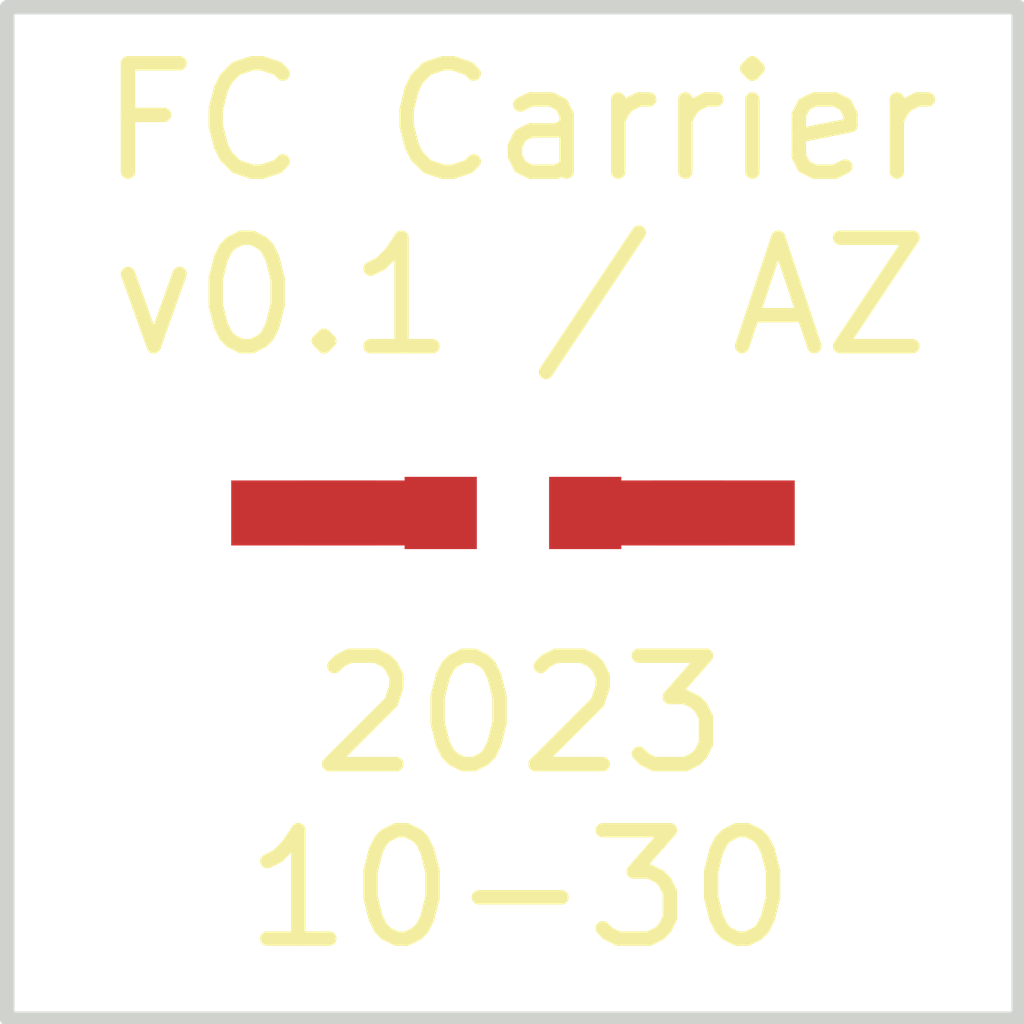
<source format=kicad_pcb>
(kicad_pcb (version 20211014) (generator pcbnew)
  (layers (0 "F.Cu" signal) (31 "B.Cu" signal) (34 "B.Paste" user) (35 "F.Paste" user) (36 "B.SilkS" user "B.Silkscreen") (37 "F.SilkS" user "F.Silkscreen") (38 "B.Mask" user) (39 "F.Mask" user) (44 "Edge.Cuts" user))
  (net 0 "")
  (net 1 "Net-(J1-Pad1)")
  (net 2 "Net-(J2-Pad1)")
  (footprint "azonenberg_pcb:EDGELAUNCH_350UM" (layer "F.Cu") (at 89.3 68)
    (fp_text reference "J1" hide)
    (fp_text value "CONN_01X01" hide)
    (pad "1" smd rect locked (at 0 0) (size 1 0.45) (layers "F.Cu" "F.Paste" "F.Mask") (net 1 "Net-(J1-Pad1)"))
  )
  (footprint "azonenberg_pcb:EIA_0402_RES_NOSILK_FLIPCHIP" (layer "F.Cu") (at 90.75 68)
    (fp_text reference "R1" hide)
    (fp_text value "R" hide)
    (pad "1" smd rect locked (at -0.5 0) (size 0.5 0.5) (layers "F.Cu" "F.Paste" "F.Mask") (net 1 "Net-(J1-Pad1)"))
    (pad "2" smd rect locked (at 0.5 0) (size 0.5 0.5) (layers "F.Cu" "F.Paste" "F.Mask") (net 2 "Net-(J2-Pad1)"))
  )
  (footprint "azonenberg_pcb:EDGELAUNCH_350UM" (layer "F.Cu") (at 92.2 68)
    (fp_text reference "J2" hide)
    (fp_text value "CONN_01X01" hide)
    (pad "1" smd rect locked (at 0 0) (size 1 0.45) (layers "F.Cu" "F.Paste" "F.Mask") (net 2 "Net-(J2-Pad1)"))
  )
  (gr_line (start 94.25 71.5) (end 94.25 64.5) (layer "Edge.Cuts") (width 0.1))
  (gr_line (start 87.25 71.5) (end 94.25 71.5) (layer "Edge.Cuts") (width 0.1))
  (gr_line (start 87.25 64.5) (end 87.25 71.5) (layer "Edge.Cuts") (width 0.1))
  (gr_line (start 94.25 64.5) (end 87.25 64.5) (layer "Edge.Cuts") (width 0.1))
  (gr_text "FC Carrier\nv0.1 / AZ" (at 90.8 65.9) (layer "F.SilkS") (effects (font (size 0.75 0.75) (thickness 0.1))))
  (gr_text "2023\n10-30" (at 90.8 70) (layer "F.SilkS") (effects (font (size 0.75 0.75) (thickness 0.1))))
  (segment (start 89.3 68) (end 90.25 68) (width 0.45) (layer "F.Cu") (net 1))
  (segment (start 91.25 68) (end 92.2 68) (width 0.45) (layer "F.Cu") (net 2))
)
</source>
